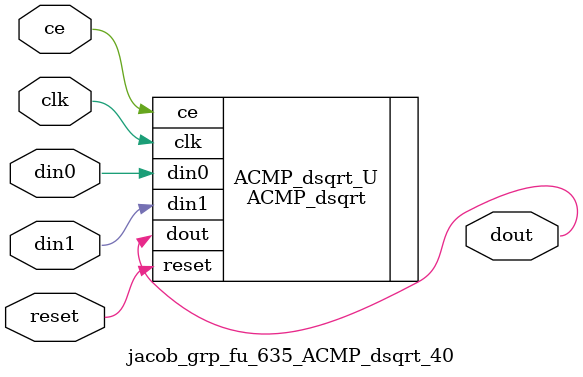
<source format=v>

`timescale 1 ns / 1 ps
module jacob_grp_fu_635_ACMP_dsqrt_40(
    clk,
    reset,
    ce,
    din0,
    din1,
    dout);

parameter ID = 32'd1;
parameter NUM_STAGE = 32'd1;
parameter din0_WIDTH = 32'd1;
parameter din1_WIDTH = 32'd1;
parameter dout_WIDTH = 32'd1;
input clk;
input reset;
input ce;
input[din0_WIDTH - 1:0] din0;
input[din1_WIDTH - 1:0] din1;
output[dout_WIDTH - 1:0] dout;



ACMP_dsqrt #(
.ID( ID ),
.NUM_STAGE( 30 ),
.din0_WIDTH( din0_WIDTH ),
.din1_WIDTH( din1_WIDTH ),
.dout_WIDTH( dout_WIDTH ))
ACMP_dsqrt_U(
    .clk( clk ),
    .reset( reset ),
    .ce( ce ),
    .din0( din0 ),
    .din1( din1 ),
    .dout( dout ));

endmodule

</source>
